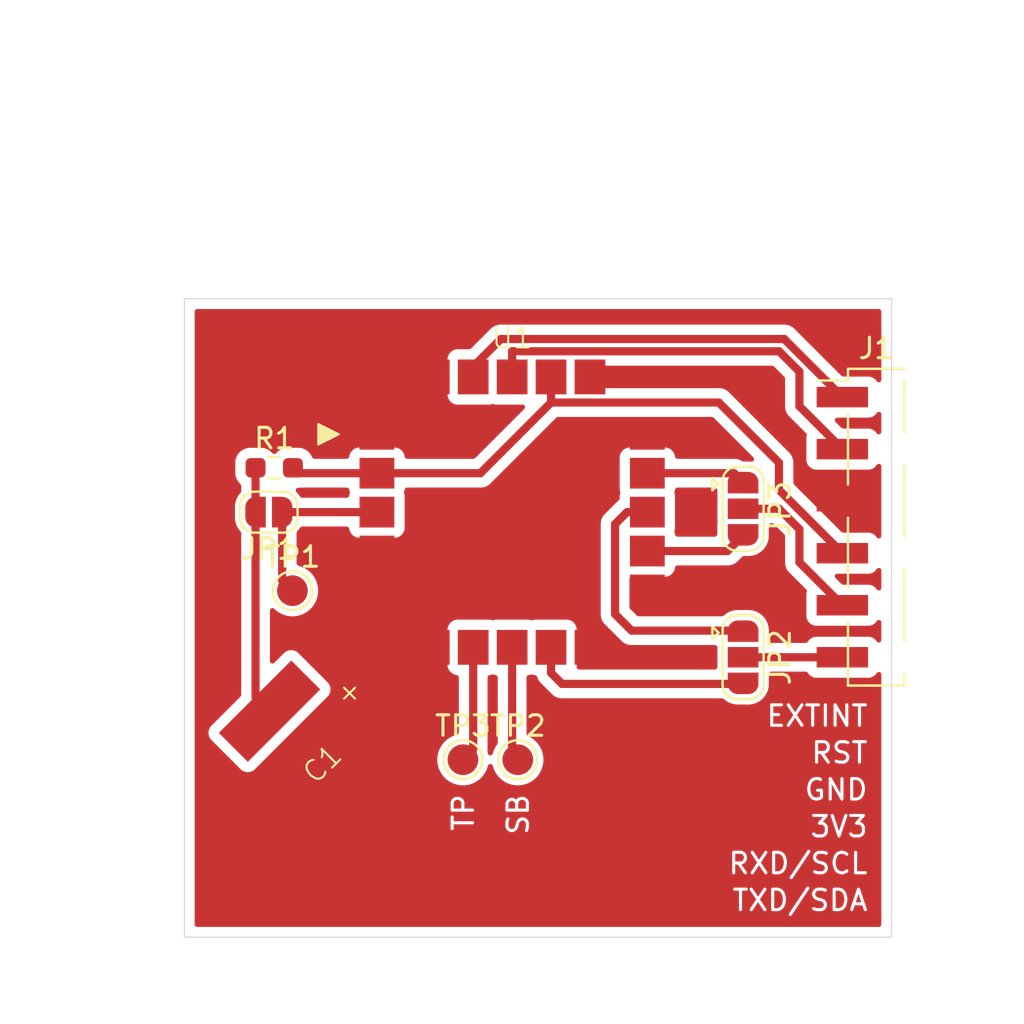
<source format=kicad_pcb>
(kicad_pcb (version 20241229) (generator "pcbnew") (generator_version "9.0")
  (layers (0 "F.Cu" signal) (2 "B.Cu" signal) (13 "F.Paste" user) (15 "B.Paste" user) (5 "F.SilkS" user "F.Silkscreen") (7 "B.SilkS" user "B.Silkscreen") (1 "F.Mask" user) (3 "B.Mask" user) (25 "Edge.Cuts" user))
  (net 0 "")
  (net 1 "GND")
  (net 2 "Net-(JP1-B)")
  (net 3 "/RESET_N")
  (net 4 "/SCL")
  (net 5 "/EXTINT")
  (net 6 "+3V3")
  (net 7 "/RXD")
  (net 8 "/TIMEPULSE")
  (net 9 "/SDA")
  (net 10 "/SAFEBOOT_N")
  (net 11 "/TXD")
  (net 12 "+BACKUP")
  (net 13 "/RXD{slash}SCL")
  (net 14 "/TXD{slash}SDA")
  (footprint "TestPoint:TestPoint_Pad_D1.5mm" (layer "F.Cu") (at 143.825 107.25)
    (property "Reference" "TP3" (at 0 -1.648 0) (layer "F.SilkS"))
    (property "Value" "TestPoint")
    (fp_circle (center 0 0) (end 0 0.95) (stroke (width 0.12)) (fill no) (layer "F.SilkS"))
    (pad "1" smd circle (at 0 0) (size 1.5 1.5) (layers "F.Cu" "F.Mask") (net 8 "/TIMEPULSE"))
  )
  (footprint "TestPoint:TestPoint_Pad_D1.5mm" (layer "F.Cu") (at 146.5 107.25)
    (property "Reference" "TP2" (at 0 -1.648 0) (layer "F.SilkS"))
    (property "Value" "TestPoint")
    (fp_circle (center 0 0) (end 0 0.95) (stroke (width 0.12)) (fill no) (layer "F.SilkS"))
    (pad "1" smd circle (at 0 0) (size 1.5 1.5) (layers "F.Cu" "F.Mask") (net 10 "/SAFEBOOT_N"))
  )
  (footprint "Jumper:SolderJumper-3_P1.3mm_Open_RoundedPad1.0x1.5mm" (layer "F.Cu") (at 157.5 102.25 -90)
    (property "Reference" "JP2" (at 0 -1.8 90) (layer "F.SilkS"))
    (property "Value" "SolderJumper_3_Open")
    (fp_line (start -1.5 1.5) (end -0.9 1.5) (stroke (width 0.12)) (layer "F.SilkS"))
    (fp_line (start -1.2 1.2) (end -1.5 1.5) (stroke (width 0.12)) (layer "F.SilkS"))
    (fp_line (start -1.2 1.2) (end -0.9 1.5) (stroke (width 0.12)) (layer "F.SilkS"))
    (fp_line (start 1.4 1) (end -1.4 1) (stroke (width 0.12)) (layer "F.SilkS"))
    (fp_line (start -2.05 0.3) (end -2.05 -0.3) (stroke (width 0.12)) (layer "F.SilkS"))
    (fp_line (start 2.05 -0.3) (end 2.05 0.3) (stroke (width 0.12)) (layer "F.SilkS"))
    (fp_line (start -1.4 -1) (end 1.4 -1) (stroke (width 0.12)) (layer "F.SilkS"))
    (fp_arc (start -1.35 1) (mid -1.844975 0.794975) (end -2.05 0.3) (stroke (width 0.12)) (layer "F.SilkS"))
    (fp_arc (start 2.05 0.3) (mid 1.844975 0.794975) (end 1.35 1) (stroke (width 0.12)) (layer "F.SilkS"))
    (fp_arc (start -2.05 -0.3) (mid -1.844975 -0.794975) (end -1.35 -1) (stroke (width 0.12)) (layer "F.SilkS"))
    (fp_arc (start 1.35 -1) (mid 1.844975 -0.794975) (end 2.05 -0.3) (stroke (width 0.12)) (layer "F.SilkS"))
    (pad "1" smd custom (at -1.3 0 270) (size 1 0.5) (layers "F.Cu" "F.Mask") (net 11 "/TXD") (options (clearance outline) (anchor rect)) (primitives (gr_circle (center 0 0.25) (end 0.5 0.25) (width 0) (fill yes)) (gr_circle (center 0 -0.25) (end 0.5 -0.25) (width 0) (fill yes)) (gr_poly (pts (xy 0.55 0.75) (xy 0 0.75) (xy 0 -0.75) (xy 0.55 -0.75)) (width 0) (fill yes))))
    (pad "2" smd rect (at 0 0 270) (size 1 1.5) (layers "F.Cu" "F.Mask") (net 14 "/TXD{slash}SDA"))
    (pad "3" smd custom (at 1.3 0 270) (size 1 0.5) (layers "F.Cu" "F.Mask") (net 9 "/SDA") (options (clearance outline) (anchor rect)) (primitives (gr_circle (center 0 0.25) (end 0.5 0.25) (width 0) (fill yes)) (gr_circle (center 0 -0.25) (end 0.5 -0.25) (width 0) (fill yes)) (gr_poly (pts (xy 0 0.75) (xy -0.55 0.75) (xy -0.55 -0.75) (xy 0 -0.75)) (width 0) (fill yes))))
  )
  (footprint "TestPoint:TestPoint_Pad_D1.5mm" (layer "F.Cu") (at 135.5 99)
    (property "Reference" "TP1" (at 0 -1.648 0) (layer "F.SilkS"))
    (property "Value" "TestPoint")
    (fp_circle (center 0 0) (end 0 0.95) (stroke (width 0.12)) (fill no) (layer "F.SilkS"))
    (pad "1" smd circle (at 0 0) (size 1.5 1.5) (layers "F.Cu" "F.Mask") (net 12 "+BACKUP"))
  )
  (footprint "_footprints:PinHeader_1x06_P2.54mm_Vertical_SMD_Pin1Left" (layer "F.Cu") (at 164 95.9)
    (property "Reference" "J1" (at 0 -8.73 0) (layer "F.SilkS"))
    (property "Value" "Conn_01x06_Pin" (hide yes))
    (fp_line (start -1.38 -7.73) (end -1.38 -7.16) (stroke (width 0.12)) (layer "F.SilkS"))
    (fp_line (start -1.38 -7.73) (end 1.38 -7.73) (stroke (width 0.12)) (layer "F.SilkS"))
    (fp_line (start -1.38 -7.16) (end -2.85 -7.16) (stroke (width 0.12)) (layer "F.SilkS"))
    (fp_line (start -1.38 -5.54) (end -1.38 -2.08) (stroke (width 0.12)) (layer "F.SilkS"))
    (fp_line (start -1.38 -0.46) (end -1.38 3) (stroke (width 0.12)) (layer "F.SilkS"))
    (fp_line (start -1.38 4.62) (end -1.38 7.73) (stroke (width 0.12)) (layer "F.SilkS"))
    (fp_line (start -1.38 7.73) (end 1.38 7.73) (stroke (width 0.12)) (layer "F.SilkS"))
    (fp_line (start 1.38 -7.16) (end 1.38 -4.62) (stroke (width 0.12)) (layer "F.SilkS"))
    (fp_line (start 1.38 -3) (end 1.38 0.46) (stroke (width 0.12)) (layer "F.SilkS"))
    (fp_line (start 1.38 2.08) (end 1.38 5.54) (stroke (width 0.12)) (layer "F.SilkS"))
    (fp_line (start 1.38 7.16) (end 1.38 7.73) (stroke (width 0.12)) (layer "F.SilkS"))
    (pad "1" smd rect (at -1.655 -6.35) (size 2.51 1) (layers "F.Cu" "F.Mask" "F.Paste") (net 5 "/EXTINT"))
    (pad "2" smd rect (at -1.655 -3.81) (size 2.51 1) (layers "F.Cu" "F.Mask" "F.Paste") (net 3 "/RESET_N"))
    (pad "3" smd rect (at -1.655 -1.27) (size 2.51 1) (layers "F.Cu" "F.Mask" "F.Paste") (net 1 "GND"))
    (pad "4" smd rect (at -1.655 1.27) (size 2.51 1) (layers "F.Cu" "F.Mask" "F.Paste") (net 6 "+3V3"))
    (pad "5" smd rect (at -1.655 3.81) (size 2.51 1) (layers "F.Cu" "F.Mask" "F.Paste") (net 13 "/RXD{slash}SCL"))
    (pad "6" smd rect (at -1.655 6.35) (size 2.51 1) (layers "F.Cu" "F.Mask" "F.Paste") (net 14 "/TXD{slash}SDA"))
  )
  (footprint "Jumper:SolderJumper-3_P1.3mm_Open_RoundedPad1.0x1.5mm" (layer "F.Cu") (at 157.5 95 -90)
    (property "Reference" "JP3" (at 0 -1.8 90) (layer "F.SilkS"))
    (property "Value" "SolderJumper_3_Open")
    (fp_line (start -1.5 1.5) (end -0.9 1.5) (stroke (width 0.12)) (layer "F.SilkS"))
    (fp_line (start -1.2 1.2) (end -1.5 1.5) (stroke (width 0.12)) (layer "F.SilkS"))
    (fp_line (start -1.2 1.2) (end -0.9 1.5) (stroke (width 0.12)) (layer "F.SilkS"))
    (fp_line (start 1.4 1) (end -1.4 1) (stroke (width 0.12)) (layer "F.SilkS"))
    (fp_line (start -2.05 0.3) (end -2.05 -0.3) (stroke (width 0.12)) (layer "F.SilkS"))
    (fp_line (start 2.05 -0.3) (end 2.05 0.3) (stroke (width 0.12)) (layer "F.SilkS"))
    (fp_line (start -1.4 -1) (end 1.4 -1) (stroke (width 0.12)) (layer "F.SilkS"))
    (fp_arc (start -1.35 1) (mid -1.844975 0.794975) (end -2.05 0.3) (stroke (width 0.12)) (layer "F.SilkS"))
    (fp_arc (start 2.05 0.3) (mid 1.844975 0.794975) (end 1.35 1) (stroke (width 0.12)) (layer "F.SilkS"))
    (fp_arc (start -2.05 -0.3) (mid -1.844975 -0.794975) (end -1.35 -1) (stroke (width 0.12)) (layer "F.SilkS"))
    (fp_arc (start 1.35 -1) (mid 1.844975 -0.794975) (end 2.05 -0.3) (stroke (width 0.12)) (layer "F.SilkS"))
    (pad "1" smd custom (at -1.3 0 270) (size 1 0.5) (layers "F.Cu" "F.Mask") (net 7 "/RXD") (options (clearance outline) (anchor rect)) (primitives (gr_circle (center 0 0.25) (end 0.5 0.25) (width 0) (fill yes)) (gr_circle (center 0 -0.25) (end 0.5 -0.25) (width 0) (fill yes)) (gr_poly (pts (xy 0.55 0.75) (xy 0 0.75) (xy 0 -0.75) (xy 0.55 -0.75)) (width 0) (fill yes))))
    (pad "2" smd rect (at 0 0 270) (size 1 1.5) (layers "F.Cu" "F.Mask") (net 13 "/RXD{slash}SCL"))
    (pad "3" smd custom (at 1.3 0 270) (size 1 0.5) (layers "F.Cu" "F.Mask") (net 4 "/SCL") (options (clearance outline) (anchor rect)) (primitives (gr_circle (center 0 0.25) (end 0.5 0.25) (width 0) (fill yes)) (gr_circle (center 0 -0.25) (end 0.5 -0.25) (width 0) (fill yes)) (gr_poly (pts (xy 0 0.75) (xy -0.55 0.75) (xy -0.55 -0.75) (xy 0 -0.75)) (width 0) (fill yes))))
  )
  (footprint "_footprints:CP_CSK-334" (layer "F.Cu") (at 137.315507 107.815507 45)
    (property "Reference" "C1" (at 0 -0.499999 45) (layer "F.SilkS") (effects (font (thickness 0.1))))
    (property "Value" "CSK-614 330mF")
    (fp_text user "+" (at 2.7 -1.5 45) (layer "F.SilkS") (effects (font (thickness 0.1)) (justify left bottom)))
    (pad "1" smd rect (at 0 -4.15 45) (size 5 2) (layers "F.Cu" "F.Mask" "F.Paste") (net 2 "Net-(JP1-B)"))
    (pad "2" smd rect (at 0 4.15 45) (size 4 1.7) (layers "F.Cu" "F.Mask" "F.Paste") (net 1 "GND"))
  )
  (footprint "_footprints:SAM-M10Q" (layer "F.Cu") (at 146.225 95.165)
    (property "Reference" "U1" (at 0 -8.5 0) (layer "F.SilkS") (effects (font (thickness 0.1))))
    (property "Value" "SAM-M10Q")
    (fp_poly (pts (xy -8.462328 -3.8) (xy -9.462328 -3.3) (xy -9.462328 -4.3)) (stroke (width 0.1)) (fill yes) (layer "F.SilkS"))
    (pad "1" smd rect (at -6.6 -3.8 270) (size 1.5 1.7) (layers "F.Cu" "F.Mask" "F.Paste") (net 1 "GND"))
    (pad "2" smd rect (at -6.6 -1.9 270) (size 1.5 1.7) (layers "F.Cu" "F.Mask" "F.Paste") (net 6 "+3V3"))
    (pad "3" smd rect (at -6.6 0 270) (size 1.5 1.7) (layers "F.Cu" "F.Mask" "F.Paste") (net 12 "+BACKUP"))
    (pad "4" smd rect (at -6.6 1.9 270) (size 1.5 1.7) (layers "F.Cu" "F.Mask" "F.Paste") (net 1 "GND"))
    (pad "5" smd rect (at -6.6 3.8 270) (size 1.5 1.7) (layers "F.Cu" "F.Mask" "F.Paste") (net 1 "GND"))
    (pad "6" smd rect (at -3.8 6.6 180) (size 1.5 1.7) (layers "F.Cu" "F.Mask" "F.Paste") (net 1 "GND"))
    (pad "7" smd rect (at -1.9 6.6 180) (size 1.5 1.7) (layers "F.Cu" "F.Mask" "F.Paste") (net 8 "/TIMEPULSE"))
    (pad "8" smd rect (at 0 6.6 180) (size 1.5 1.7) (layers "F.Cu" "F.Mask" "F.Paste") (net 10 "/SAFEBOOT_N"))
    (pad "9" smd rect (at 1.9 6.6 180) (size 1.5 1.7) (layers "F.Cu" "F.Mask" "F.Paste") (net 9 "/SDA"))
    (pad "10" smd rect (at 3.8 6.6 180) (size 1.5 1.7) (layers "F.Cu" "F.Mask" "F.Paste") (net 1 "GND"))
    (pad "11" smd rect (at 6.6 3.8 270) (size 1.5 1.7) (layers "F.Cu" "F.Mask" "F.Paste") (net 1 "GND"))
    (pad "12" smd rect (at 6.6 1.9 270) (size 1.5 1.7) (layers "F.Cu" "F.Mask" "F.Paste") (net 4 "/SCL"))
    (pad "13" smd rect (at 6.6 0 270) (size 1.5 1.7) (layers "F.Cu" "F.Mask" "F.Paste") (net 11 "/TXD"))
    (pad "14" smd rect (at 6.6 -1.9 270) (size 1.5 1.7) (layers "F.Cu" "F.Mask" "F.Paste") (net 7 "/RXD"))
    (pad "15" smd rect (at 6.6 -3.8 270) (size 1.5 1.7) (layers "F.Cu" "F.Mask" "F.Paste") (net 1 "GND"))
    (pad "16" smd rect (at 3.8 -6.6 180) (size 1.5 1.7) (layers "F.Cu" "F.Mask" "F.Paste") (net 1 "GND"))
    (pad "17" smd rect (at 1.9 -6.6 180) (size 1.5 1.7) (layers "F.Cu" "F.Mask" "F.Paste") (net 6 "+3V3"))
    (pad "18" smd rect (at 0 -6.6 180) (size 1.5 1.7) (layers "F.Cu" "F.Mask" "F.Paste") (net 3 "/RESET_N"))
    (pad "19" smd rect (at -1.9 -6.6 180) (size 1.5 1.7) (layers "F.Cu" "F.Mask" "F.Paste") (net 5 "/EXTINT"))
    (pad "20" smd rect (at -3.8 -6.6 180) (size 1.5 1.7) (layers "F.Cu" "F.Mask" "F.Paste") (net 1 "GND"))
  )
  (footprint "Jumper:SolderJumper-2_P1.3mm_Open_RoundedPad1.0x1.5mm" (layer "F.Cu") (at 134.350001 95.165 180)
    (property "Reference" "JP1" (at 0 -1.8 0) (layer "F.SilkS"))
    (property "Value" "SolderJumper_2_Open")
    (fp_line (start 1.4 -0.300001) (end 1.4 0.300001) (stroke (width 0.12)) (layer "F.SilkS"))
    (fp_line (start 0.7 1) (end -0.7 1) (stroke (width 0.12)) (layer "F.SilkS"))
    (fp_line (start -0.7 -1) (end 0.7 -1) (stroke (width 0.12)) (layer "F.SilkS"))
    (fp_line (start -1.4 0.300001) (end -1.4 -0.300001) (stroke (width 0.12)) (layer "F.SilkS"))
    (fp_arc (start 1.4 0.300001) (mid 1.194975 0.794975) (end 0.7 1) (stroke (width 0.12)) (layer "F.SilkS"))
    (fp_arc (start 0.7 -1) (mid 1.194975 -0.794975) (end 1.4 -0.300001) (stroke (width 0.12)) (layer "F.SilkS"))
    (fp_arc (start -0.7 1) (mid -1.194975 0.794975) (end -1.4 0.300001) (stroke (width 0.12)) (layer "F.SilkS"))
    (fp_arc (start -1.4 -0.300001) (mid -1.194975 -0.794975) (end -0.7 -1) (stroke (width 0.12)) (layer "F.SilkS"))
    (pad "1" smd custom (at -0.649999 0 180) (size 1 0.5) (layers "F.Cu" "F.Mask") (net 12 "+BACKUP") (options (clearance outline) (anchor rect)) (primitives (gr_circle (center 0 0.25) (end 0.5 0.25) (width 0) (fill yes)) (gr_circle (center 0 -0.25) (end 0.5 -0.25) (width 0) (fill yes)) (gr_poly (pts (xy 0.5 0.75) (xy 0 0.75) (xy 0 -0.75) (xy 0.5 -0.75)) (width 0) (fill yes))))
    (pad "2" smd custom (at 0.649999 0 180) (size 1 0.5) (layers "F.Cu" "F.Mask") (net 2 "Net-(JP1-B)") (options (clearance outline) (anchor rect)) (primitives (gr_circle (center 0 0.25) (end 0.5 0.25) (width 0) (fill yes)) (gr_circle (center 0 -0.25) (end 0.5 -0.25) (width 0) (fill yes)) (gr_poly (pts (xy 0 0.75) (xy -0.5 0.75) (xy -0.5 -0.75) (xy 0 -0.75)) (width 0) (fill yes))))
  )
  (footprint "Resistor_SMD:R_0603_1608Metric_Pad0.98x0.95mm_HandSolder" (layer "F.Cu") (at 134.612502 93)
    (property "Reference" "R1" (at 0 -1.43 0) (layer "F.SilkS"))
    (property "Value" "1k")
    (fp_line (start -0.254724 -0.5225) (end 0.254724 -0.5225) (stroke (width 0.12)) (layer "F.SilkS"))
    (fp_line (start -0.254724 0.5225) (end 0.254724 0.5225) (stroke (width 0.12)) (layer "F.SilkS"))
    (pad "1" smd roundrect (at -0.9125 0) (size 0.975 0.95) (layers "F.Cu" "F.Mask" "F.Paste") (net 2 "Net-(JP1-B)"))
    (pad "2" smd roundrect (at 0.9125 0) (size 0.975 0.95) (layers "F.Cu" "F.Mask" "F.Paste") (net 6 "+3V3"))
  )
  (gr_rect (start 130.225 84.75) (end 164.75 115.915) (stroke (width 0.05)) (fill no) (layer "Edge.Cuts"))
  (gr_text "RXD/SCL" (at 156.702381 112.9 0) (layer "F.Cu" knockout) (effects (font (size 1 1)) (justify left bottom)))
  (gr_text "SB" (at 147.10175 111 90) (layer "F.Cu" knockout) (effects (font (size 1 1)) (justify left bottom)))
  (gr_text "TXD/SDA" (at 156.892857 114.7 0) (layer "F.Cu" knockout) (effects (font (size 1 1)) (justify left bottom)))
  (gr_text "EXTINT" (at 158.559524 105.7 0) (layer "F.Cu" knockout) (effects (font (size 1 1)) (justify left bottom)))
  (gr_text "3V3" (at 160.702381 111.1 0) (layer "F.Cu" knockout) (effects (font (size 1 1)) (justify left bottom)))
  (gr_text "TP" (at 144.42675 110.809524 90) (layer "F.Cu" knockout) (effects (font (size 1 1)) (justify left bottom)))
  (gr_text "GND" (at 160.416667 109.3 0) (layer "F.Cu" knockout) (effects (font (size 1 1)) (justify left bottom)))
  (gr_text "RST" (at 160.75 107.5 0) (layer "F.Cu" knockout) (effects (font (size 1 1)) (justify left bottom)))
  (segment (start 133.700002 95.165) (end 133.700002 104.200002) (width 0.4) (layer "F.Cu") (net 2))
  (segment (start 133.700002 95.165) (end 133.700002 93) (width 0.4) (layer "F.Cu") (net 2))
  (segment (start 133.700002 104.200002) (end 134.381014 104.881014) (width 0.4) (layer "F.Cu") (net 2))
  (segment (start 146.225 88.565) (end 146.225 87.315) (width 0.4) (layer "F.Cu") (net 3))
  (segment (start 160.25 89.995) (end 162.345 92.09) (width 0.4) (layer "F.Cu") (net 3))
  (segment (start 160.25 88.304942) (end 160.25 89.995) (width 0.4) (layer "F.Cu") (net 3))
  (segment (start 159.259058 87.314) (end 160.25 88.304942) (width 0.4) (layer "F.Cu") (net 3))
  (segment (start 146.225 87.315) (end 146.226 87.314) (width 0.4) (layer "F.Cu") (net 3))
  (segment (start 146.226 87.314) (end 159.259058 87.314) (width 0.4) (layer "F.Cu") (net 3))
  (segment (start 156.735 97.065) (end 157.5 96.3) (width 0.4) (layer "F.Cu") (net 4))
  (segment (start 152.825 97.065) (end 156.735 97.065) (width 0.4) (layer "F.Cu") (net 4))
  (segment (start 145.675 86.713) (end 159.508 86.713) (width 0.4) (layer "F.Cu") (net 5))
  (segment (start 159.508 86.713) (end 162.345 89.55) (width 0.4) (layer "F.Cu") (net 5))
  (segment (start 144.325 88.063) (end 145.675 86.713) (width 0.4) (layer "F.Cu") (net 5))
  (segment (start 144.325 88.565) (end 144.325 88.063) (width 0.4) (layer "F.Cu") (net 5))
  (segment (start 162.345 97.17) (end 162.345 97.013722) (width 0.4) (layer "F.Cu") (net 6))
  (segment (start 159.25 94.075) (end 162.345 97.17) (width 0.4) (layer "F.Cu") (net 6))
  (segment (start 144.675 93.265) (end 148.125 89.815) (width 0.4) (layer "F.Cu") (net 6))
  (segment (start 139.625 93.265) (end 135.790002 93.265) (width 0.4) (layer "F.Cu") (net 6))
  (segment (start 135.790002 93.265) (end 135.525002 93) (width 0.4) (layer "F.Cu") (net 6))
  (segment (start 148.125 89.815) (end 156.315 89.815) (width 0.4) (layer "F.Cu") (net 6))
  (segment (start 148.125 89.815) (end 148.125 88.565) (width 0.4) (layer "F.Cu") (net 6))
  (segment (start 139.625 93.265) (end 144.675 93.265) (width 0.4) (layer "F.Cu") (net 6))
  (segment (start 159.25 92.75) (end 159.25 94.075) (width 0.4) (layer "F.Cu") (net 6))
  (segment (start 156.315 89.815) (end 159.25 92.75) (width 0.4) (layer "F.Cu") (net 6))
  (segment (start 157.065 93.265) (end 157.5 93.7) (width 0.4) (layer "F.Cu") (net 7))
  (segment (start 152.825 93.265) (end 157.065 93.265) (width 0.4) (layer "F.Cu") (net 7))
  (segment (start 144.325 101.765) (end 144.325 106.75) (width 0.4) (layer "F.Cu") (net 8))
  (segment (start 144.325 106.75) (end 143.825 107.25) (width 0.4) (layer "F.Cu") (net 8))
  (segment (start 157.5 103.55) (end 148.66 103.55) (width 0.4) (layer "F.Cu") (net 9))
  (segment (start 148.125 103.015) (end 148.125 101.765) (width 0.4) (layer "F.Cu") (net 9))
  (segment (start 148.66 103.55) (end 148.125 103.015) (width 0.4) (layer "F.Cu") (net 9))
  (segment (start 146.225 101.765) (end 146.225 106.975) (width 0.4) (layer "F.Cu") (net 10))
  (segment (start 146.225 106.975) (end 146.5 107.25) (width 0.4) (layer "F.Cu") (net 10))
  (segment (start 151.835 95.165) (end 151.25 95.75) (width 0.4) (layer "F.Cu") (net 11))
  (segment (start 151.25 100.146) (end 152.054 100.95) (width 0.4) (layer "F.Cu") (net 11))
  (segment (start 152.825 95.165) (end 151.835 95.165) (width 0.4) (layer "F.Cu") (net 11))
  (segment (start 152.054 100.95) (end 157.5 100.95) (width 0.4) (layer "F.Cu") (net 11))
  (segment (start 151.25 95.75) (end 151.25 100.146) (width 0.4) (layer "F.Cu") (net 11))
  (segment (start 135 95.165) (end 139.625 95.165) (width 0.4) (layer "F.Cu") (net 12))
  (segment (start 135 95.165) (end 135 98.5) (width 0.4) (layer "F.Cu") (net 12))
  (segment (start 135 98.5) (end 135.5 99) (width 0.4) (layer "F.Cu") (net 12))
  (segment (start 160.25 97.615) (end 162.345 99.71) (width 0.4) (layer "F.Cu") (net 13))
  (segment (start 157.5 95) (end 159.25 95) (width 0.4) (layer "F.Cu") (net 13))
  (segment (start 159.25 95) (end 160.25 96) (width 0.4) (layer "F.Cu") (net 13))
  (segment (start 160.25 96) (end 160.25 97.615) (width 0.4) (layer "F.Cu") (net 13))
  (segment (start 157.5 102.25) (end 162.345 102.25) (width 0.4) (layer "F.Cu") (net 14))
  (zone (net 1) (net_name "GND") (layer "F.Cu") (name "GND") (connect_pads yes (clearance 0.5)) (min_thickness 0.25) (fill yes (thermal_gap 0.5) (thermal_bridge_width 0.5) (island_removal_mode 1) (island_area_min 10))
    (polygon (pts (xy 171.225 70.165) (xy 121.225 70.165) (xy 121.225 120.165) (xy 171.225 120.165)))
  )
)
</source>
